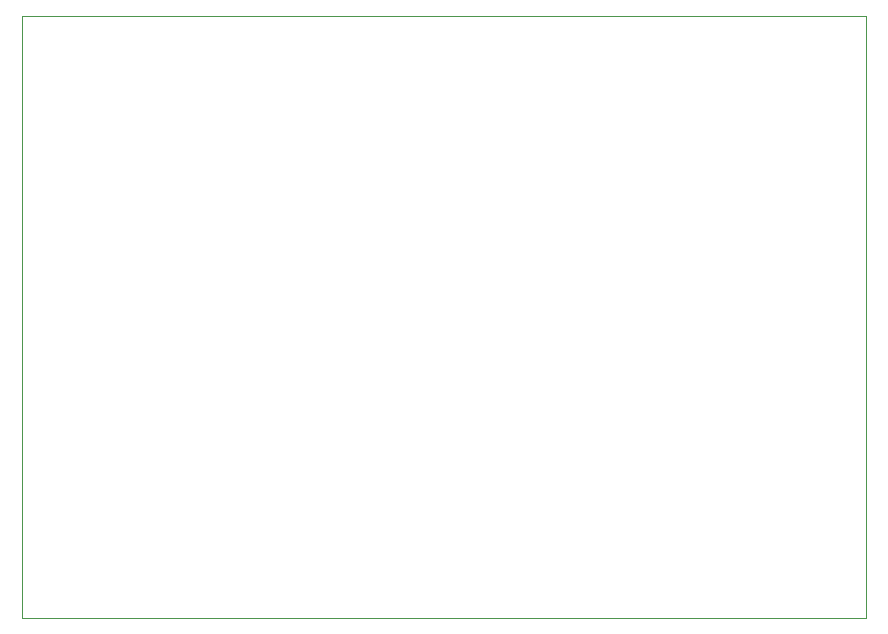
<source format=gbr>
%TF.GenerationSoftware,KiCad,Pcbnew,7.0.9-7.0.9~ubuntu20.04.1*%
%TF.CreationDate,2023-12-27T13:11:39+01:00*%
%TF.ProjectId,6303X_SDIP_Addon,36333033-585f-4534-9449-505f4164646f,rev?*%
%TF.SameCoordinates,Original*%
%TF.FileFunction,Profile,NP*%
%FSLAX46Y46*%
G04 Gerber Fmt 4.6, Leading zero omitted, Abs format (unit mm)*
G04 Created by KiCad (PCBNEW 7.0.9-7.0.9~ubuntu20.04.1) date 2023-12-27 13:11:39*
%MOMM*%
%LPD*%
G01*
G04 APERTURE LIST*
%TA.AperFunction,Profile*%
%ADD10C,0.100000*%
%TD*%
G04 APERTURE END LIST*
D10*
X159500000Y-34500000D02*
X231000000Y-34500000D01*
X231000000Y-85500000D01*
X159500000Y-85500000D01*
X159500000Y-34500000D01*
M02*

</source>
